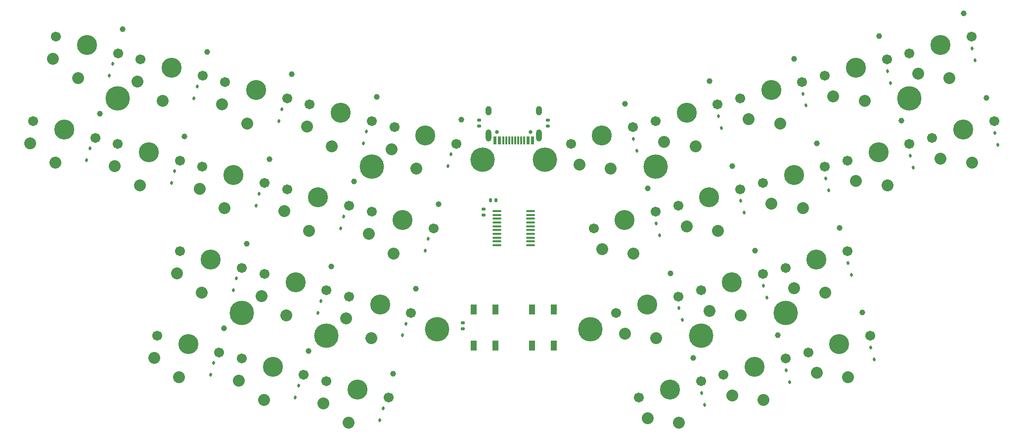
<source format=gbr>
%TF.GenerationSoftware,KiCad,Pcbnew,8.0.0*%
%TF.CreationDate,2024-03-16T16:30:29-05:00*%
%TF.ProjectId,rattlemebones32,72617474-6c65-46d6-9562-6f6e65733332,rev?*%
%TF.SameCoordinates,Original*%
%TF.FileFunction,Soldermask,Bot*%
%TF.FilePolarity,Negative*%
%FSLAX46Y46*%
G04 Gerber Fmt 4.6, Leading zero omitted, Abs format (unit mm)*
G04 Created by KiCad (PCBNEW 8.0.0) date 2024-03-16 16:30:29*
%MOMM*%
%LPD*%
G01*
G04 APERTURE LIST*
G04 Aperture macros list*
%AMRoundRect*
0 Rectangle with rounded corners*
0 $1 Rounding radius*
0 $2 $3 $4 $5 $6 $7 $8 $9 X,Y pos of 4 corners*
0 Add a 4 corners polygon primitive as box body*
4,1,4,$2,$3,$4,$5,$6,$7,$8,$9,$2,$3,0*
0 Add four circle primitives for the rounded corners*
1,1,$1+$1,$2,$3*
1,1,$1+$1,$4,$5*
1,1,$1+$1,$6,$7*
1,1,$1+$1,$8,$9*
0 Add four rect primitives between the rounded corners*
20,1,$1+$1,$2,$3,$4,$5,0*
20,1,$1+$1,$4,$5,$6,$7,0*
20,1,$1+$1,$6,$7,$8,$9,0*
20,1,$1+$1,$8,$9,$2,$3,0*%
G04 Aperture macros list end*
%ADD10C,2.032000*%
%ADD11C,1.701800*%
%ADD12C,0.990600*%
%ADD13C,3.429000*%
%ADD14C,4.190000*%
%ADD15RoundRect,0.112500X0.157195X-0.151994X0.060138X0.210228X-0.157195X0.151994X-0.060138X-0.210228X0*%
%ADD16RoundRect,0.140000X0.140000X0.170000X-0.140000X0.170000X-0.140000X-0.170000X0.140000X-0.170000X0*%
%ADD17RoundRect,0.112500X0.060138X-0.210228X0.157195X0.151994X-0.060138X0.210228X-0.157195X-0.151994X0*%
%ADD18C,0.650000*%
%ADD19R,0.600000X1.450000*%
%ADD20R,0.300000X1.450000*%
%ADD21O,1.000000X1.600000*%
%ADD22O,1.000000X2.100000*%
%ADD23R,1.100000X1.800000*%
%ADD24RoundRect,0.100000X0.637500X0.100000X-0.637500X0.100000X-0.637500X-0.100000X0.637500X-0.100000X0*%
%ADD25RoundRect,0.135000X0.185000X-0.135000X0.185000X0.135000X-0.185000X0.135000X-0.185000X-0.135000X0*%
%ADD26RoundRect,0.135000X-0.185000X0.135000X-0.185000X-0.135000X0.185000X-0.135000X0.185000X0.135000X0*%
%ADD27RoundRect,0.140000X-0.170000X0.140000X-0.170000X-0.140000X0.170000X-0.140000X0.170000X0.140000X0*%
G04 APERTURE END LIST*
D10*
%TO.C,SW21*%
X95455063Y-45453403D03*
X99741174Y-48775942D03*
D11*
X106580798Y-44500485D03*
D12*
X107397379Y-40371127D03*
D13*
X101268206Y-43076980D03*
D11*
X95955614Y-41653475D03*
%TD*%
D10*
%TO.C,SW3*%
X88730747Y-12593341D03*
X93016858Y-15915880D03*
D11*
X99856482Y-11640423D03*
D12*
X100673063Y-7511065D03*
D13*
X94543890Y-10216918D03*
D11*
X89231298Y-8793413D03*
%TD*%
D10*
%TO.C,SW28*%
X205024500Y-62530479D03*
X210397649Y-63264827D03*
D11*
X214183209Y-56142360D03*
D12*
X212825710Y-52157941D03*
D13*
X208870617Y-57565865D03*
D11*
X203558025Y-58989370D03*
%TD*%
D10*
%TO.C,SW16*%
X197259926Y-33552705D03*
X202633075Y-34287053D03*
D11*
X206418635Y-27164586D03*
D12*
X205061136Y-23180167D03*
D13*
X201106043Y-28588091D03*
D11*
X195793451Y-30011596D03*
%TD*%
D10*
%TO.C,SW7*%
X117708524Y-20357912D03*
X121994635Y-23680451D03*
D11*
X128834259Y-19404994D03*
D12*
X129650840Y-15275636D03*
D13*
X123521667Y-17981489D03*
D11*
X118209075Y-16557984D03*
%TD*%
D10*
%TO.C,SW11*%
X132197411Y-24240198D03*
X136483522Y-27562737D03*
D11*
X143323146Y-23287280D03*
D12*
X144139727Y-19157922D03*
D13*
X138010554Y-21863775D03*
D11*
X132697962Y-20440270D03*
%TD*%
D10*
%TO.C,SW27*%
X91572782Y-59942288D03*
X95858893Y-63264827D03*
D11*
X102698517Y-58989370D03*
D12*
X103515098Y-54860012D03*
D13*
X97385925Y-57565865D03*
D11*
X92073333Y-56142360D03*
%TD*%
D10*
%TO.C,SW6*%
X193377640Y-19063817D03*
X198750789Y-19798165D03*
D11*
X202536349Y-12675698D03*
D12*
X201178850Y-8691279D03*
D13*
X197223757Y-14099203D03*
D11*
X191911165Y-15522708D03*
%TD*%
D10*
%TO.C,SW31*%
X120550556Y-67706859D03*
X124836667Y-71029398D03*
D11*
X131676291Y-66753941D03*
D12*
X132492872Y-62624583D03*
D13*
X126363699Y-65330436D03*
D11*
X121051107Y-63906931D03*
%TD*%
D10*
%TO.C,SW25*%
X124432838Y-53217972D03*
X128718949Y-56540511D03*
D11*
X135558573Y-52265054D03*
D12*
X136375154Y-48135696D03*
D13*
X130245981Y-50841549D03*
D11*
X124933389Y-49418044D03*
%TD*%
D10*
%TO.C,SW5*%
X103219638Y-16475626D03*
X107505749Y-19798165D03*
D11*
X114345373Y-15522708D03*
D12*
X115161954Y-11393350D03*
D13*
X109032781Y-14099203D03*
D11*
X103720189Y-12675698D03*
%TD*%
D10*
%TO.C,SW24*%
X186653325Y-51923880D03*
X192026474Y-52658228D03*
D11*
X195812034Y-45535761D03*
D12*
X194454535Y-41551342D03*
D13*
X190499442Y-46959266D03*
D11*
X185186850Y-48382771D03*
%TD*%
D10*
%TO.C,SW9*%
X70359578Y-23199944D03*
X74645689Y-26522483D03*
D11*
X81485313Y-22247026D03*
D12*
X82301894Y-18117668D03*
D13*
X76172721Y-20823521D03*
D11*
X70860129Y-19400016D03*
%TD*%
D10*
%TO.C,SW10*%
X226237701Y-25788131D03*
X231610850Y-26522479D03*
D11*
X235396410Y-19400012D03*
D12*
X234038911Y-15415593D03*
D13*
X230083818Y-20823517D03*
D11*
X224771226Y-22247022D03*
%TD*%
D10*
%TO.C,SW23*%
X109943954Y-49335689D03*
X114230065Y-52658228D03*
D11*
X121069689Y-48382771D03*
D12*
X121886270Y-44253413D03*
D13*
X115757097Y-46959266D03*
D11*
X110444505Y-45535761D03*
%TD*%
D10*
%TO.C,SW26*%
X172164439Y-55806164D03*
X177537588Y-56540512D03*
D11*
X181323148Y-49418045D03*
D12*
X179965649Y-45433626D03*
D13*
X176010556Y-50841550D03*
D11*
X170697964Y-52265055D03*
%TD*%
D10*
%TO.C,SW13*%
X84848460Y-27082224D03*
X89134571Y-30404763D03*
D11*
X95974195Y-26129306D03*
D12*
X96790776Y-21999948D03*
D13*
X90661603Y-24705801D03*
D11*
X85349011Y-23282296D03*
%TD*%
D10*
%TO.C,SW32*%
X176046724Y-70295053D03*
X181419873Y-71029401D03*
D11*
X185205433Y-63906934D03*
D12*
X183847934Y-59922515D03*
D13*
X179892841Y-65330439D03*
D11*
X174580249Y-66753944D03*
%TD*%
D10*
%TO.C,SW19*%
X128315127Y-38729085D03*
X132601238Y-42051624D03*
D11*
X139440862Y-37776167D03*
D12*
X140257443Y-33646809D03*
D13*
X134128270Y-36352662D03*
D11*
X128815678Y-34929157D03*
%TD*%
D10*
%TO.C,SW15*%
X99337350Y-30964514D03*
X103623461Y-34287053D03*
D11*
X110463085Y-30011596D03*
D12*
X111279666Y-25882238D03*
D13*
X105150493Y-28588091D03*
D11*
X99837901Y-27164586D03*
%TD*%
D10*
%TO.C,SW12*%
X164399867Y-26828391D03*
X169773016Y-27562739D03*
D11*
X173558576Y-20440272D03*
D12*
X172201077Y-16455853D03*
D13*
X168245984Y-21863777D03*
D11*
X162933392Y-23287282D03*
%TD*%
D10*
%TO.C,SW22*%
X201142214Y-48041594D03*
X206515363Y-48775942D03*
D11*
X210300923Y-41653475D03*
D12*
X208943424Y-37669056D03*
D13*
X204988331Y-43076980D03*
D11*
X199675739Y-44500485D03*
%TD*%
D10*
%TO.C,SW20*%
X168282149Y-41317276D03*
X173655298Y-42051624D03*
D11*
X177440858Y-34929157D03*
D12*
X176083359Y-30944738D03*
D13*
X172128266Y-36352662D03*
D11*
X166815674Y-37776167D03*
%TD*%
D10*
%TO.C,SW14*%
X211748813Y-29670420D03*
X217121962Y-30404768D03*
D11*
X220907522Y-23282301D03*
D12*
X219550023Y-19297882D03*
D13*
X215594930Y-24705806D03*
D11*
X210282338Y-26129311D03*
%TD*%
D10*
%TO.C,SW30*%
X190535612Y-66412762D03*
X195908761Y-67147110D03*
D11*
X199694321Y-60024643D03*
D12*
X198336822Y-56040224D03*
D13*
X194381729Y-61448148D03*
D11*
X189069137Y-62871653D03*
%TD*%
D10*
%TO.C,SW1*%
X74241861Y-8711056D03*
X78527972Y-12033595D03*
D11*
X85367596Y-7758138D03*
D12*
X86184177Y-3628780D03*
D13*
X80055004Y-6334633D03*
D11*
X74742412Y-4911128D03*
%TD*%
D10*
%TO.C,SW18*%
X182771039Y-37434993D03*
X188144188Y-38169341D03*
D11*
X191929748Y-31046874D03*
D12*
X190572249Y-27062455D03*
D13*
X186617156Y-32470379D03*
D11*
X181304564Y-33893884D03*
%TD*%
D10*
%TO.C,SW4*%
X207866532Y-15181533D03*
X213239681Y-15915881D03*
D11*
X217025241Y-8793414D03*
D12*
X215667742Y-4808995D03*
D13*
X211712649Y-10216919D03*
D11*
X206400057Y-11640424D03*
%TD*%
D10*
%TO.C,SW2*%
X222355415Y-11299248D03*
X227728564Y-12033596D03*
D11*
X231514124Y-4911129D03*
D12*
X230156625Y-926710D03*
D13*
X226201532Y-6334634D03*
D11*
X220888940Y-7758139D03*
%TD*%
D10*
%TO.C,SW17*%
X113826240Y-34846801D03*
X118112351Y-38169340D03*
D11*
X124951975Y-33893883D03*
D12*
X125768556Y-29764525D03*
D13*
X119639383Y-32470378D03*
D11*
X114326791Y-31046873D03*
%TD*%
D10*
%TO.C,SW29*%
X106061667Y-63824574D03*
X110347778Y-67147113D03*
D11*
X117187402Y-62871656D03*
D12*
X118003983Y-58742298D03*
D13*
X111874810Y-61448151D03*
D11*
X106562218Y-60024646D03*
%TD*%
D10*
%TO.C,SW8*%
X178888757Y-22946101D03*
X184261906Y-23680449D03*
D11*
X188047466Y-16557982D03*
D12*
X186689967Y-12573563D03*
D13*
X182734874Y-17981487D03*
D11*
X177422282Y-19404992D03*
%TD*%
D14*
%TO.C,H11*%
X140000000Y-55000000D03*
%TD*%
D15*
%TO.C,D18*%
X192036519Y-33068109D03*
X192580039Y-35096553D03*
%TD*%
D14*
%TO.C,H4*%
X121060425Y-56136813D03*
%TD*%
D16*
%TO.C,C2*%
X149128462Y-32926925D03*
X150088462Y-32926925D03*
%TD*%
D15*
%TO.C,D16*%
X206525411Y-29185822D03*
X207068931Y-31214266D03*
%TD*%
D14*
%TO.C,H9*%
X147764575Y-26022225D03*
%TD*%
D17*
%TO.C,D11*%
X142404995Y-25091109D03*
X141861475Y-27119553D03*
%TD*%
D14*
%TO.C,H8*%
X199685055Y-52254529D03*
%TD*%
D15*
%TO.C,D4*%
X217132006Y-10814649D03*
X217675526Y-12843093D03*
%TD*%
D18*
%TO.C,J1*%
X150238393Y-21285378D03*
X156018393Y-21285378D03*
D19*
X149878393Y-22730378D03*
X150678393Y-22730378D03*
D20*
X151878393Y-22730378D03*
X152878393Y-22730378D03*
X153378393Y-22730378D03*
X154378393Y-22730378D03*
D19*
X155578393Y-22730378D03*
X156378393Y-22730378D03*
X156378393Y-22730378D03*
X155578393Y-22730378D03*
D20*
X154878393Y-22730378D03*
X153878393Y-22730378D03*
X152378393Y-22730378D03*
X151378393Y-22730378D03*
D19*
X150678393Y-22730378D03*
X149878393Y-22730378D03*
D21*
X148808393Y-17635378D03*
D22*
X148808393Y-21815378D03*
D21*
X157448393Y-17635378D03*
D22*
X157448393Y-21815378D03*
%TD*%
D23*
%TO.C,SW33*%
X149978393Y-57826925D03*
X149978393Y-51626924D03*
X146278393Y-57826926D03*
X146278393Y-51626925D03*
%TD*%
D17*
%TO.C,D31*%
X130758140Y-68557770D03*
X130214620Y-70586214D03*
%TD*%
D24*
%TO.C,U1*%
X150265895Y-34801924D03*
X150265895Y-35451924D03*
X150265895Y-36101924D03*
X150265896Y-36751924D03*
X150265896Y-37401924D03*
X150265896Y-38051924D03*
X150265895Y-38701924D03*
X150265895Y-39351924D03*
X150265895Y-40001924D03*
X150265895Y-40651924D03*
X155990895Y-40651924D03*
X155990895Y-40001924D03*
X155990895Y-39351924D03*
X155990894Y-38701924D03*
X155990894Y-38051924D03*
X155990894Y-37401924D03*
X155990895Y-36751924D03*
X155990895Y-36101924D03*
X155990895Y-35451924D03*
X155990895Y-34801924D03*
%TD*%
D17*
%TO.C,D27*%
X101780362Y-60793200D03*
X101236842Y-62821644D03*
%TD*%
D14*
%TO.C,H3*%
X106571537Y-52254528D03*
%TD*%
%TO.C,H10*%
X158492016Y-26022227D03*
%TD*%
D17*
%TO.C,D17*%
X124033823Y-35697712D03*
X123490303Y-37726156D03*
%TD*%
%TO.C,D9*%
X80567158Y-24050852D03*
X80023638Y-26079296D03*
%TD*%
D15*
%TO.C,D26*%
X181429919Y-51439283D03*
X181973439Y-53467727D03*
%TD*%
D23*
%TO.C,SW34*%
X159978393Y-57826925D03*
X159978393Y-51626924D03*
X156278393Y-57826926D03*
X156278393Y-51626925D03*
%TD*%
D14*
%TO.C,H2*%
X128824998Y-27159037D03*
%TD*%
D25*
%TO.C,R4*%
X147208466Y-19216923D03*
X147208466Y-20236923D03*
%TD*%
D15*
%TO.C,D6*%
X202643119Y-14696938D03*
X203186639Y-16725382D03*
%TD*%
%TO.C,D12*%
X173665346Y-22461509D03*
X174208866Y-24489953D03*
%TD*%
D14*
%TO.C,H1*%
X85358332Y-15512182D03*
%TD*%
D15*
%TO.C,D32*%
X185312204Y-65928171D03*
X185855724Y-67956615D03*
%TD*%
D25*
%TO.C,R5*%
X159008462Y-19216923D03*
X159008462Y-20236923D03*
%TD*%
D14*
%TO.C,H6*%
X220898259Y-15512180D03*
%TD*%
D15*
%TO.C,D22*%
X210407696Y-43674711D03*
X210951216Y-45703155D03*
%TD*%
D26*
%TO.C,R1*%
X144408463Y-54926923D03*
X144408463Y-53906923D03*
%TD*%
D17*
%TO.C,D13*%
X95056048Y-27933139D03*
X94512528Y-29961583D03*
%TD*%
%TO.C,D7*%
X127916110Y-21208824D03*
X127372590Y-23237268D03*
%TD*%
D15*
%TO.C,D10*%
X235503186Y-21421251D03*
X236046706Y-23449695D03*
%TD*%
D14*
%TO.C,H5*%
X177431599Y-27159038D03*
%TD*%
D15*
%TO.C,D28*%
X214289979Y-58163598D03*
X214833499Y-60192042D03*
%TD*%
D14*
%TO.C,H12*%
X166256587Y-55000004D03*
%TD*%
D17*
%TO.C,D5*%
X113427221Y-17326538D03*
X112883701Y-19354982D03*
%TD*%
%TO.C,D3*%
X98938335Y-13444255D03*
X98394815Y-15472699D03*
%TD*%
%TO.C,D23*%
X120151535Y-50186599D03*
X119608015Y-52215043D03*
%TD*%
D15*
%TO.C,D2*%
X231620896Y-6932364D03*
X232164416Y-8960808D03*
%TD*%
D17*
%TO.C,D21*%
X105662650Y-46304312D03*
X105119130Y-48332756D03*
%TD*%
D14*
%TO.C,H7*%
X185196166Y-56136813D03*
%TD*%
D17*
%TO.C,D25*%
X134640426Y-54068884D03*
X134096906Y-56097328D03*
%TD*%
D15*
%TO.C,D14*%
X221014296Y-25303538D03*
X221557816Y-27331982D03*
%TD*%
D17*
%TO.C,D29*%
X116269250Y-64675487D03*
X115725730Y-66703931D03*
%TD*%
D15*
%TO.C,D8*%
X188154234Y-18579220D03*
X188697754Y-20607664D03*
%TD*%
%TO.C,D20*%
X177547633Y-36950395D03*
X178091153Y-38978839D03*
%TD*%
D17*
%TO.C,D15*%
X109544937Y-31815426D03*
X109001417Y-33843870D03*
%TD*%
%TO.C,D19*%
X138522711Y-39579996D03*
X137979191Y-41608440D03*
%TD*%
D15*
%TO.C,D30*%
X199801090Y-62045883D03*
X200344610Y-64074327D03*
%TD*%
%TO.C,D24*%
X195918805Y-47556997D03*
X196462325Y-49585441D03*
%TD*%
D27*
%TO.C,C1*%
X148008463Y-35459903D03*
X148008463Y-34499903D03*
%TD*%
D17*
%TO.C,D1*%
X84449445Y-9561967D03*
X83905925Y-11590411D03*
%TD*%
M02*

</source>
